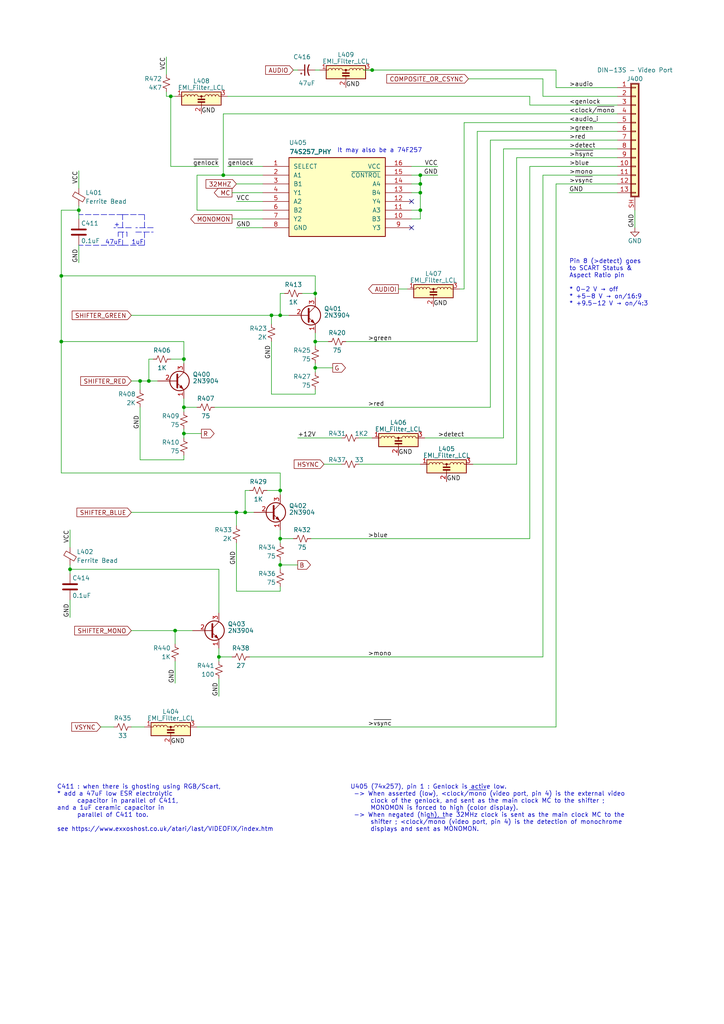
<source format=kicad_sch>
(kicad_sch (version 20230121) (generator eeschema)
  (paper "A4" portrait)
  (title_block (title "Converted schematics of Atari STE") (date "2021-08-31") (rev "1.0.0") (comment 1 "Reference : C300780-001"))
  (lib_symbols
    (symbol "74x257:74S257_PHY" (pin_names (offset 1.27))
      (property "Reference" "U" (at 0 0 0))
      (property "Value" "74S257_PHY" (at 0 0 0))
      (symbol "74S257_PHY_0_0"
        (rectangle (start -13.97 11.43) (end 13.97 -11.43) (stroke (width 0.254)) (fill (type background)))
        (pin input line (at -21.59 8.89 0) (length 7.62) (name "SELECT") (number "1"))
        (pin input line (at 21.59 -6.35 180) (length 7.62) (name "B3") (number "10"))
        (pin input line (at 21.59 -3.81 180) (length 7.62) (name "A3") (number "11"))
        (pin tri_state line (at 21.59 -1.27 180) (length 7.62) (name "Y4") (number "12"))
        (pin input line (at 21.59 1.27 180) (length 7.62) (name "B4") (number "13"))
        (pin input line (at 21.59 3.81 180) (length 7.62) (name "A4") (number "14"))
        (pin input line (at 21.59 6.35 180) (length 7.62) (name "~{CONTROL}") (number "15"))
        (pin power_in line (at 21.59 8.89 180) (length 7.62) (name "VCC") (number "16"))
        (pin input line (at -21.59 6.35 0) (length 7.62) (name "A1") (number "2"))
        (pin input line (at -21.59 3.81 0) (length 7.62) (name "B1") (number "3"))
        (pin tri_state line (at -21.59 1.27 0) (length 7.62) (name "Y1") (number "4"))
        (pin input line (at -21.59 -1.27 0) (length 7.62) (name "A2") (number "5"))
        (pin input line (at -21.59 -3.81 0) (length 7.62) (name "B2") (number "6"))
        (pin tri_state line (at -21.59 -6.35 0) (length 7.62) (name "Y2") (number "7"))
        (pin power_in line (at -21.59 -8.89 0) (length 7.62) (name "GND") (number "8"))
        (pin tri_state line (at 21.59 -8.89 180) (length 7.62) (name "Y3") (number "9"))
      )
    )
    (symbol "Connector_Generic_Shielded:Conn_01x13_Shielded" (pin_names (offset 1.016) hide)
      (property "Reference" "J" (at 0.254 17.526 0))
      (property "Value" "Conn_01x13_Shielded" (at 1.016 -17.526 0))
      (symbol "Conn_01x13_Shielded_1_1"
        (rectangle (start -1.27 16.51) (end 1.27 -16.51) (stroke (width 0.1524)))
        (rectangle (start -1.016 -15.113) (end 0.254 -15.367) (stroke (width 0.1524)))
        (rectangle (start -1.016 -12.573) (end 0.254 -12.827) (stroke (width 0.1524)))
        (rectangle (start -1.016 -10.033) (end 0.254 -10.287) (stroke (width 0.1524)))
        (rectangle (start -1.016 -7.493) (end 0.254 -7.747) (stroke (width 0.1524)))
        (rectangle (start -1.016 -4.953) (end 0.254 -5.207) (stroke (width 0.1524)))
        (rectangle (start -1.016 -2.413) (end 0.254 -2.667) (stroke (width 0.1524)))
        (rectangle (start -1.016 0.127) (end 0.254 -0.127) (stroke (width 0.1524)))
        (rectangle (start -1.016 2.667) (end 0.254 2.413) (stroke (width 0.1524)))
        (rectangle (start -1.016 5.207) (end 0.254 4.953) (stroke (width 0.1524)))
        (rectangle (start -1.016 7.747) (end 0.254 7.493) (stroke (width 0.1524)))
        (rectangle (start -1.016 10.287) (end 0.254 10.033) (stroke (width 0.1524)))
        (rectangle (start -1.016 12.827) (end 0.254 12.573) (stroke (width 0.1524)))
        (rectangle (start -1.016 15.367) (end 0.254 15.113) (stroke (width 0.1524)))
        (rectangle (start -1.016 16.256) (end 1.016 -16.256) (stroke (width 0.254)) (fill (type background)))
        (pin passive line (at -5.08 15.24 0) (length 4.064) (name "Pin_1") (number "1"))
        (pin passive line (at -5.08 -7.62 0) (length 4.064) (name "Pin_10") (number "10"))
        (pin passive line (at -5.08 -10.16 0) (length 4.064) (name "Pin_11") (number "11"))
        (pin passive line (at -5.08 -12.7 0) (length 4.064) (name "Pin_12") (number "12"))
        (pin passive line (at -5.08 -15.24 0) (length 4.064) (name "Pin_13") (number "13"))
        (pin passive line (at -5.08 12.7 0) (length 4.064) (name "Pin_2") (number "2"))
        (pin passive line (at -5.08 10.16 0) (length 4.064) (name "Pin_3") (number "3"))
        (pin passive line (at -5.08 7.62 0) (length 4.064) (name "Pin_4") (number "4"))
        (pin passive line (at -5.08 5.08 0) (length 4.064) (name "Pin_5") (number "5"))
        (pin passive line (at -5.08 2.54 0) (length 4.064) (name "Pin_6") (number "6"))
        (pin passive line (at -5.08 0 0) (length 4.064) (name "Pin_7") (number "7"))
        (pin passive line (at -5.08 -2.54 0) (length 4.064) (name "Pin_8") (number "8"))
        (pin passive line (at -5.08 -5.08 0) (length 4.064) (name "Pin_9") (number "9"))
        (pin passive line (at 0 -20.32 90) (length 3.81) (name "Shield") (number "SH"))
      )
    )
    (symbol "Device:C" (pin_numbers hide) (pin_names (offset 0.254))
      (property "Reference" "C" (at 0.635 2.54 0))
      (property "Value" "C" (at 0.635 -2.54 0))
      (symbol "C_0_1"
        (polyline (pts (xy -2.032 -0.762) (xy 2.032 -0.762)) (stroke (width 0.508)))
        (polyline (pts (xy -2.032 0.762) (xy 2.032 0.762)) (stroke (width 0.508)))
      )
      (symbol "C_1_1"
        (pin passive line (at 0 3.81 270) (length 2.794) (name "~") (number "1"))
        (pin passive line (at 0 -3.81 90) (length 2.794) (name "~") (number "2"))
      )
    )
    (symbol "Device:CP1_Small" (pin_numbers hide) (pin_names (offset 0.254) hide)
      (property "Reference" "C" (at 0.254 1.778 0))
      (property "Value" "Device_CP1_Small" (at 0.254 -2.032 0))
      (symbol "CP1_Small_0_1"
        (polyline (pts (xy -1.524 0.508) (xy 1.524 0.508)) (stroke (width 0.3048)))
        (polyline (pts (xy -1.27 1.524) (xy -0.762 1.524)))
        (polyline (pts (xy -1.016 1.27) (xy -1.016 1.778)))
        (arc (start 1.524 -0.762) (mid 0 -0.3734) (end -1.524 -0.762) (stroke (width 0.3048)))
      )
      (symbol "CP1_Small_1_1"
        (pin passive line (at 0 2.54 270) (length 2.032) (name "~") (number "1"))
        (pin passive line (at 0 -2.54 90) (length 2.032) (name "~") (number "2"))
      )
    )
    (symbol "Device:EMI_Filter_LCL" (pin_names (offset 0.254) hide)
      (property "Reference" "FL" (at 0 6.985 0))
      (property "Value" "Device_EMI_Filter_LCL" (at 0 5.08 0))
      (symbol "EMI_Filter_LCL_0_1"
        (rectangle (start -5.715 3.81) (end 5.715 0) (stroke (width 0.254)) (fill (type background)))
        (arc (start -4.064 2.54) (mid -4.572 3.0457) (end -5.08 2.54))
        (arc (start -3.048 2.54) (mid -3.556 3.0457) (end -4.064 2.54))
        (arc (start -2.032 2.54) (mid -2.54 3.0457) (end -3.048 2.54))
        (rectangle (start -1.016 0.762) (end 1.016 1.016) (fill (type outline)))
        (arc (start -1.016 2.54) (mid -1.524 3.0457) (end -2.032 2.54))
        (polyline (pts (xy -1.016 2.54) (xy 1.016 2.54)))
        (polyline (pts (xy 0 0.762) (xy 0 0)))
        (polyline (pts (xy 0 2.54) (xy 0 1.778)))
        (circle (center 0 2.54) (radius 0.254) (fill (type outline)))
        (rectangle (start 1.016 1.524) (end -1.016 1.778) (fill (type outline)))
        (arc (start 2.032 2.54) (mid 1.524 3.0457) (end 1.016 2.54))
        (arc (start 3.048 2.54) (mid 2.54 3.0457) (end 2.032 2.54))
        (arc (start 4.064 2.54) (mid 3.556 3.0457) (end 3.048 2.54))
        (arc (start 5.08 2.54) (mid 4.572 3.0457) (end 4.064 2.54))
      )
      (symbol "EMI_Filter_LCL_1_1"
        (pin passive line (at -7.62 2.54 0) (length 2.54) (name "1") (number "1"))
        (pin passive line (at 0 -2.54 90) (length 2.54) (name "2") (number "2"))
        (pin passive line (at 7.62 2.54 180) (length 2.54) (name "3") (number "3"))
      )
    )
    (symbol "Device:Ferrite_Bead_Small" (pin_numbers hide) (pin_names (offset 0))
      (property "Reference" "FB" (at 1.905 1.27 0))
      (property "Value" "Device_Ferrite_Bead_Small" (at 1.905 -1.27 0))
      (symbol "Ferrite_Bead_Small_0_1"
        (polyline (pts (xy 0 -1.27) (xy 0 -0.7874)))
        (polyline (pts (xy 0 0.889) (xy 0 1.2954)))
        (polyline (pts (xy -1.8288 0.2794) (xy -1.1176 1.4986) (xy 1.8288 -0.2032) (xy 1.1176 -1.4224) (xy -1.8288 0.2794)))
      )
      (symbol "Ferrite_Bead_Small_1_1"
        (pin passive line (at 0 2.54 270) (length 1.27) (name "~") (number "1"))
        (pin passive line (at 0 -2.54 90) (length 1.27) (name "~") (number "2"))
      )
    )
    (symbol "Device:R_Small_US" (pin_numbers hide) (pin_names (offset 0.254) hide)
      (property "Reference" "R" (at 0.762 0.508 0))
      (property "Value" "R_Small_US" (at 0.762 -1.016 0))
      (symbol "R_Small_US_1_1"
        (polyline (pts (xy 0 0) (xy 1.016 -0.381) (xy 0 -0.762) (xy -1.016 -1.143) (xy 0 -1.524)))
        (polyline (pts (xy 0 1.524) (xy 1.016 1.143) (xy 0 0.762) (xy -1.016 0.381) (xy 0 0)))
        (pin passive line (at 0 2.54 270) (length 1.016) (name "~") (number "1"))
        (pin passive line (at 0 -2.54 90) (length 1.016) (name "~") (number "2"))
      )
    )
    (symbol "Transistor_BJT:2N3904" (pin_names (offset 0) hide)
      (property "Reference" "Q" (at 5.08 1.905 0))
      (property "Value" "2N3904" (at 5.08 0 0))
      (symbol "2N3904_0_1"
        (polyline (pts (xy 0.635 0.635) (xy 2.54 2.54)))
        (polyline (pts (xy 0.635 -0.635) (xy 2.54 -2.54) (xy 2.54 -2.54)))
        (polyline (pts (xy 0.635 1.905) (xy 0.635 -1.905) (xy 0.635 -1.905)) (stroke (width 0.508)))
        (polyline (pts (xy 1.27 -1.778) (xy 1.778 -1.27) (xy 2.286 -2.286) (xy 1.27 -1.778) (xy 1.27 -1.778)) (fill (type outline)))
        (circle (center 1.27 0) (radius 2.8194) (stroke (width 0.254)))
      )
      (symbol "2N3904_1_1"
        (pin passive line (at 2.54 -5.08 90) (length 2.54) (name "E") (number "1"))
        (pin passive line (at -5.08 0 0) (length 5.715) (name "B") (number "2"))
        (pin passive line (at 2.54 5.08 270) (length 2.54) (name "C") (number "3"))
      )
    )
    (symbol "power:GND" (power) (pin_names (offset 0))
      (property "Value" "GND" (at 0 -3.81 0))
      (symbol "GND_0_1"
        (polyline (pts (xy 0 0) (xy 0 -1.27) (xy 1.27 -1.27) (xy 0 -2.54) (xy -1.27 -1.27) (xy 0 -1.27)))
      )
      (symbol "GND_1_1"
        (pin power_in line (at 0 0 270) (length 0) hide (name "GND") (number "1"))
      )
    )
  )
  (junction (at 121.92 60.96))
  (junction (at 49.53 27.94))
  (junction (at 64.77 50.8))
  (junction (at 91.44 85.09))
  (junction (at 17.78 99.06))
  (junction (at 63.5 190.5))
  (junction (at 68.58 148.59))
  (junction (at 20.32 165.1))
  (junction (at 121.92 53.34))
  (junction (at 53.34 118.11))
  (junction (at 91.44 106.68))
  (junction (at 121.92 50.8))
  (junction (at 71.12 148.59))
  (junction (at 53.34 104.14))
  (junction (at 107.95 20.32))
  (junction (at 81.28 156.21))
  (junction (at 40.64 110.49))
  (junction (at 53.34 125.73))
  (junction (at 81.28 163.83))
  (junction (at 22.86 60.96))
  (junction (at 121.92 55.88))
  (junction (at 17.78 80.01))
  (junction (at 50.8 182.88))
  (junction (at 91.44 99.06))
  (junction (at 78.74 91.44))
  (junction (at 81.28 142.24))
  (junction (at 81.28 91.44))
  (junction (at 43.18 110.49))
  (no_connect (at 119.38 58.42))
  (no_connect (at 119.38 66.04))
  (wire (pts (xy 119.38 53.34) (xy 121.92 53.34)))
  (wire (pts (xy 115.57 83.82) (xy 118.11 83.82)))
  (wire (pts (xy 49.53 104.14) (xy 53.34 104.14)))
  (wire (pts (xy 184.15 60.96) (xy 184.15 66.04)))
  (wire (pts (xy 86.36 127) (xy 99.06 127)))
  (wire (pts (xy 153.67 156.21) (xy 153.67 48.26)))
  (wire (pts (xy 107.95 20.32) (xy 161.29 20.32)))
  (wire (pts (xy 157.48 50.8) (xy 157.48 190.5)))
  (wire (pts (xy 121.92 50.8) (xy 127 50.8)))
  (wire (pts (xy 48.26 26.67) (xy 48.26 27.94)))
  (wire (pts (xy 49.53 48.26) (xy 63.5 48.26)))
  (wire (pts (xy 153.67 30.48) (xy 179.07 30.48)))
  (wire (pts (xy 17.78 99.06) (xy 53.34 99.06)))
  (wire (pts (xy 57.15 60.96) (xy 57.15 50.8)))
  (wire (pts (xy 29.21 210.82) (xy 33.02 210.82)))
  (wire (pts (xy 53.34 132.08) (xy 53.34 133.35)))
  (wire (pts (xy 43.18 104.14) (xy 43.18 110.49)))
  (wire (pts (xy 53.34 118.11) (xy 57.15 118.11)))
  (wire (pts (xy 53.34 125.73) (xy 58.42 125.73)))
  (polyline (pts (xy 34.29 67.31) (xy 36.83 67.31)) (stroke (width 0) (type dash)))
  (wire (pts (xy 149.86 45.72) (xy 149.86 134.62)))
  (wire (pts (xy 91.44 113.03) (xy 91.44 114.3)))
  (wire (pts (xy 161.29 53.34) (xy 179.07 53.34)))
  (wire (pts (xy 146.05 43.18) (xy 179.07 43.18)))
  (wire (pts (xy 50.8 182.88) (xy 50.8 186.69)))
  (wire (pts (xy 91.44 85.09) (xy 91.44 86.36)))
  (wire (pts (xy 53.34 99.06) (xy 53.34 104.14)))
  (wire (pts (xy 105.41 20.32) (xy 107.95 20.32)))
  (polyline (pts (xy 35.56 62.23) (xy 41.91 62.23)) (stroke (width 0) (type dash)))
  (wire (pts (xy 91.44 99.06) (xy 95.25 99.06)))
  (wire (pts (xy 134.62 83.82) (xy 134.62 35.56)))
  (wire (pts (xy 22.86 54.61) (xy 22.86 49.53)))
  (wire (pts (xy 104.14 127) (xy 107.95 127)))
  (wire (pts (xy 133.35 83.82) (xy 134.62 83.82)))
  (wire (pts (xy 81.28 163.83) (xy 86.36 163.83)))
  (wire (pts (xy 81.28 170.18) (xy 81.28 171.45)))
  (wire (pts (xy 72.39 190.5) (xy 157.48 190.5)))
  (wire (pts (xy 40.64 110.49) (xy 43.18 110.49)))
  (wire (pts (xy 66.04 27.94) (xy 153.67 27.94)))
  (wire (pts (xy 78.74 91.44) (xy 78.74 93.98)))
  (wire (pts (xy 81.28 85.09) (xy 81.28 91.44)))
  (wire (pts (xy 161.29 25.4) (xy 179.07 25.4)))
  (wire (pts (xy 91.44 114.3) (xy 78.74 114.3)))
  (wire (pts (xy 17.78 137.16) (xy 81.28 137.16)))
  (wire (pts (xy 67.31 55.88) (xy 76.2 55.88)))
  (wire (pts (xy 63.5 187.96) (xy 63.5 190.5)))
  (wire (pts (xy 100.33 99.06) (xy 138.43 99.06)))
  (polyline (pts (xy 35.56 71.12) (xy 41.91 71.12)) (stroke (width 0) (type dash)))
  (wire (pts (xy 71.12 148.59) (xy 73.66 148.59)))
  (wire (pts (xy 153.67 27.94) (xy 153.67 30.48)))
  (wire (pts (xy 20.32 163.83) (xy 20.32 165.1)))
  (wire (pts (xy 91.44 80.01) (xy 91.44 85.09)))
  (wire (pts (xy 87.63 85.09) (xy 91.44 85.09)))
  (wire (pts (xy 161.29 210.82) (xy 161.29 53.34)))
  (wire (pts (xy 50.8 191.77) (xy 50.8 198.12)))
  (wire (pts (xy 49.53 27.94) (xy 50.8 27.94)))
  (wire (pts (xy 138.43 99.06) (xy 138.43 38.1)))
  (wire (pts (xy 68.58 66.04) (xy 76.2 66.04)))
  (wire (pts (xy 91.44 20.32) (xy 92.71 20.32)))
  (wire (pts (xy 40.64 118.11) (xy 40.64 133.35)))
  (wire (pts (xy 20.32 165.1) (xy 63.5 165.1)))
  (wire (pts (xy 53.34 118.11) (xy 53.34 119.38)))
  (wire (pts (xy 134.62 35.56) (xy 179.07 35.56)))
  (wire (pts (xy 57.15 50.8) (xy 64.77 50.8)))
  (wire (pts (xy 81.28 137.16) (xy 81.28 142.24)))
  (wire (pts (xy 53.34 124.46) (xy 53.34 125.73)))
  (wire (pts (xy 53.34 125.73) (xy 53.34 127)))
  (wire (pts (xy 53.34 104.14) (xy 53.34 105.41)))
  (wire (pts (xy 157.48 27.94) (xy 179.07 27.94)))
  (wire (pts (xy 78.74 91.44) (xy 81.28 91.44)))
  (wire (pts (xy 142.24 40.64) (xy 179.07 40.64)))
  (polyline (pts (xy 34.29 68.58) (xy 34.29 67.31)) (stroke (width 0) (type dash)))
  (wire (pts (xy 161.29 20.32) (xy 161.29 25.4)))
  (wire (pts (xy 17.78 60.96) (xy 17.78 80.01)))
  (wire (pts (xy 38.1 148.59) (xy 68.58 148.59)))
  (wire (pts (xy 121.92 50.8) (xy 121.92 53.34)))
  (wire (pts (xy 81.28 91.44) (xy 83.82 91.44)))
  (wire (pts (xy 91.44 106.68) (xy 91.44 107.95)))
  (wire (pts (xy 81.28 142.24) (xy 81.28 143.51)))
  (wire (pts (xy 68.58 148.59) (xy 68.58 152.4)))
  (wire (pts (xy 91.44 105.41) (xy 91.44 106.68)))
  (wire (pts (xy 81.28 156.21) (xy 85.09 156.21)))
  (wire (pts (xy 90.17 156.21) (xy 153.67 156.21)))
  (wire (pts (xy 57.15 60.96) (xy 76.2 60.96)))
  (wire (pts (xy 138.43 38.1) (xy 179.07 38.1)))
  (wire (pts (xy 93.98 134.62) (xy 99.06 134.62)))
  (wire (pts (xy 64.77 33.02) (xy 179.07 33.02)))
  (wire (pts (xy 81.28 156.21) (xy 81.28 157.48)))
  (wire (pts (xy 68.58 157.48) (xy 68.58 171.45)))
  (polyline (pts (xy 38.1 66.04) (xy 33.02 66.04)) (stroke (width 0) (type dash)))
  (wire (pts (xy 44.45 104.14) (xy 43.18 104.14)))
  (wire (pts (xy 22.86 71.12) (xy 22.86 76.2)))
  (wire (pts (xy 123.19 127) (xy 146.05 127)))
  (wire (pts (xy 165.1 55.88) (xy 179.07 55.88)))
  (wire (pts (xy 17.78 80.01) (xy 91.44 80.01)))
  (polyline (pts (xy 35.56 71.12) (xy 22.86 71.12)) (stroke (width 0) (type dash)))
  (wire (pts (xy 48.26 16.51) (xy 48.26 21.59)))
  (wire (pts (xy 121.92 55.88) (xy 121.92 60.96)))
  (wire (pts (xy 53.34 115.57) (xy 53.34 118.11)))
  (wire (pts (xy 20.32 165.1) (xy 20.32 166.37)))
  (wire (pts (xy 149.86 45.72) (xy 179.07 45.72)))
  (wire (pts (xy 22.86 59.69) (xy 22.86 60.96)))
  (wire (pts (xy 142.24 118.11) (xy 142.24 40.64)))
  (wire (pts (xy 91.44 96.52) (xy 91.44 99.06)))
  (wire (pts (xy 64.77 50.8) (xy 76.2 50.8)))
  (wire (pts (xy 121.92 60.96) (xy 121.92 63.5)))
  (wire (pts (xy 153.67 48.26) (xy 179.07 48.26)))
  (wire (pts (xy 49.53 27.94) (xy 49.53 48.26)))
  (wire (pts (xy 81.28 171.45) (xy 68.58 171.45)))
  (polyline (pts (xy 39.37 67.31) (xy 44.45 67.31)) (stroke (width 0) (type dash)))
  (wire (pts (xy 38.1 210.82) (xy 41.91 210.82)))
  (wire (pts (xy 81.28 163.83) (xy 81.28 165.1)))
  (wire (pts (xy 119.38 55.88) (xy 121.92 55.88)))
  (wire (pts (xy 63.5 165.1) (xy 63.5 177.8)))
  (polyline (pts (xy 44.45 66.04) (xy 39.37 66.04)) (stroke (width 0) (type dash)))
  (wire (pts (xy 119.38 60.96) (xy 121.92 60.96)))
  (polyline (pts (xy 35.56 62.23) (xy 22.86 62.23)) (stroke (width 0) (type dash)))
  (polyline (pts (xy 35.56 67.31) (xy 35.56 71.12)) (stroke (width 0) (type dash)))
  (wire (pts (xy 82.55 85.09) (xy 81.28 85.09)))
  (wire (pts (xy 119.38 63.5) (xy 121.92 63.5)))
  (polyline (pts (xy 41.91 66.04) (xy 41.91 62.23)) (stroke (width 0) (type dash)))
  (wire (pts (xy 20.32 158.75) (xy 20.32 153.67)))
  (wire (pts (xy 49.53 27.94) (xy 48.26 27.94)))
  (wire (pts (xy 64.77 33.02) (xy 64.77 50.8)))
  (wire (pts (xy 157.48 50.8) (xy 179.07 50.8)))
  (wire (pts (xy 38.1 182.88) (xy 50.8 182.88)))
  (wire (pts (xy 57.15 210.82) (xy 161.29 210.82)))
  (wire (pts (xy 22.86 60.96) (xy 22.86 63.5)))
  (polyline (pts (xy 35.56 66.04) (xy 35.56 62.23)) (stroke (width 0) (type dash)))
  (wire (pts (xy 121.92 53.34) (xy 121.92 55.88)))
  (wire (pts (xy 40.64 110.49) (xy 40.64 113.03)))
  (polyline (pts (xy 41.91 67.31) (xy 41.91 71.12)) (stroke (width 0) (type dash)))
  (wire (pts (xy 81.28 162.56) (xy 81.28 163.83)))
  (wire (pts (xy 119.38 48.26) (xy 127 48.26)))
  (wire (pts (xy 119.38 50.8) (xy 121.92 50.8)))
  (wire (pts (xy 78.74 99.06) (xy 78.74 114.3)))
  (wire (pts (xy 67.31 63.5) (xy 76.2 63.5)))
  (wire (pts (xy 20.32 173.99) (xy 20.32 179.07)))
  (wire (pts (xy 91.44 99.06) (xy 91.44 100.33)))
  (wire (pts (xy 149.86 134.62) (xy 137.16 134.62)))
  (wire (pts (xy 68.58 53.34) (xy 76.2 53.34)))
  (wire (pts (xy 43.18 110.49) (xy 45.72 110.49)))
  (wire (pts (xy 17.78 80.01) (xy 17.78 99.06)))
  (wire (pts (xy 38.1 91.44) (xy 78.74 91.44)))
  (polyline (pts (xy 36.83 68.58) (xy 36.83 67.31)) (stroke (width 0) (type dash)))
  (wire (pts (xy 135.89 22.86) (xy 157.48 22.86)))
  (wire (pts (xy 157.48 22.86) (xy 157.48 27.94)))
  (wire (pts (xy 77.47 142.24) (xy 81.28 142.24)))
  (wire (pts (xy 91.44 106.68) (xy 96.52 106.68)))
  (wire (pts (xy 63.5 190.5) (xy 67.31 190.5)))
  (wire (pts (xy 17.78 99.06) (xy 17.78 137.16)))
  (wire (pts (xy 85.09 20.32) (xy 86.36 20.32)))
  (wire (pts (xy 63.5 191.77) (xy 63.5 190.5)))
  (wire (pts (xy 50.8 182.88) (xy 55.88 182.88)))
  (wire (pts (xy 62.23 118.11) (xy 142.24 118.11)))
  (wire (pts (xy 38.1 110.49) (xy 40.64 110.49)))
  (wire (pts (xy 71.12 142.24) (xy 71.12 148.59)))
  (wire (pts (xy 22.86 60.96) (xy 17.78 60.96)))
  (wire (pts (xy 72.39 142.24) (xy 71.12 142.24)))
  (wire (pts (xy 63.5 196.85) (xy 63.5 201.93)))
  (wire (pts (xy 40.64 133.35) (xy 53.34 133.35)))
  (wire (pts (xy 68.58 148.59) (xy 71.12 148.59)))
  (wire (pts (xy 146.05 127) (xy 146.05 43.18)))
  (wire (pts (xy 66.04 48.26) (xy 76.2 48.26)))
  (wire (pts (xy 104.14 134.62) (xy 121.92 134.62)))
  (wire (pts (xy 68.58 58.42) (xy 76.2 58.42)))
  (wire (pts (xy 81.28 153.67) (xy 81.28 156.21)))
  (text "It may also be a 74F257" (at 97.79 44.45 0) (effects (font (size 1.27 1.27)) (justify left bottom)))
  (text "C411 : when there is ghosting using RGB/Scart, \n* add a 47uF low ESR electrolytic \n      capacitor in parallel of C411, \nand a 1uF ceramic capacitor in\n      parallel of C411 too.\n\nsee https://www.exxoshost.co.uk/atari/last/VIDEOFIX/index.htm\n" (at 16.51 241.3 0) (effects (font (size 1.27 1.27)) (justify left bottom)))
  (text "U405 (74x257), pin 1 : Genlock is active low. \n -> When asserted (low), <clock/~{mono} (video port, pin 4) is the external video \n      clock of the genlock, and sent as the main clock MC to the shifter ;\n      MONOMON is forced to high (color display).\n -> When negated (high), the 32MHz clock is sent as the main clock MC to the\n      shifter ; <clock/~{mono} (video port, pin 4) is the detection of monochrome\n      displays and sent as MONOMON." (at 101.6 241.3 0) (effects (font (size 1.27 1.27)) (justify left bottom)))
  (text "Pin 8 (>detect) goes \nto SCART Status & \nAspect Ratio pin\n\n* 0-2 V → off\n* +5-8 V → on/16:9\n* +9.5-12 V → on/4:3" (at 165.1 88.9 0) (effects (font (size 1.27 1.27)) (justify left bottom)))
  (text "1uF" (at 38.1 71.12 0) (effects (font (size 1.27 1.27)) (justify left bottom)))
  (text "+" (at 33.02 66.04 0) (effects (font (size 1.27 1.27)) (justify left bottom)))
  (text "47uF" (at 30.48 71.12 0) (effects (font (size 1.27 1.27)) (justify left bottom)))
  (label "GND" (at 100.33 25.4 0))
  (label "GND" (at 50.8 198.12 90))
  (label "GND" (at 63.5 201.93 90))
  (label "+12V" (at 86.36 127 0))
  (label "GND" (at 49.53 215.9 0))
  (label "VCC" (at 48.26 16.51 270))
  (label "<clock{slash}~{mono}" (at 165.1 33.02 0))
  (label "GND" (at 115.57 132.08 0))
  (label ">red" (at 165.1 40.64 0))
  (label "GND" (at 184.15 66.04 90))
  (label ">mono" (at 106.68 190.5 0))
  (label "GND" (at 58.42 33.02 0))
  (label "GND" (at 129.54 139.7 0))
  (label "GND" (at 127 50.8 180))
  (label ">~{hsync}" (at 165.1 45.72 0))
  (label ">detect" (at 165.1 43.18 0))
  (label ">~{vsync}" (at 165.1 53.34 0))
  (label "GND" (at 68.58 66.04 0))
  (label ">~{vsync}" (at 106.68 210.82 0))
  (label "GND" (at 68.58 163.83 90))
  (label "GND" (at 78.74 104.14 90))
  (label "~{genlock}" (at 63.5 48.26 180))
  (label "VCC" (at 127 48.26 180))
  (label ">blue" (at 165.1 48.26 0))
  (label "GND" (at 22.86 76.2 90))
  (label "GND" (at 20.32 179.07 90))
  (label "<genlock" (at 165.1 30.48 0))
  (label ">green" (at 165.1 38.1 0))
  (label "GND" (at 165.1 55.88 0))
  (label ">blue" (at 106.68 156.21 0))
  (label ">red" (at 106.68 118.11 0))
  (label "<audio_i" (at 165.1 35.56 0))
  (label "VCC" (at 22.86 49.53 270))
  (label ">detect" (at 127 127 0))
  (label ">audio" (at 165.1 25.4 0))
  (label ">mono" (at 165.1 50.8 0))
  (label "VCC" (at 68.58 58.42 0))
  (label ">green" (at 106.68 99.06 0))
  (label "GND" (at 125.73 88.9 0))
  (label "VCC" (at 20.32 153.67 270))
  (label "GND" (at 40.64 124.46 90))
  (label "~{genlock}" (at 66.04 48.26 0))
  (global_label "MC" (shape output) (at 67.31 55.88 180) (property "Intersheetrefs" "${INTERSHEET_REFS}" (effects hide)))
  (global_label "32MHZ" (shape input) (at 68.58 53.34 180) (property "Intersheetrefs" "${INTERSHEET_REFS}" (effects hide)))
  (global_label "HSYNC" (shape input) (at 93.98 134.62 180) (property "Intersheetrefs" "${INTERSHEET_REFS}" (effects hide)))
  (global_label "B" (shape output) (at 86.36 163.83 0) (property "Intersheetrefs" "${INTERSHEET_REFS}" (effects hide)))
  (global_label "COMPOSITE_OR_CSYNC" (shape input) (at 135.89 22.86 180) (property "Intersheetrefs" "${INTERSHEET_REFS}" (effects hide)))
  (global_label "MONOMON" (shape output) (at 67.31 63.5 180) (property "Intersheetrefs" "${INTERSHEET_REFS}" (effects hide)))
  (global_label "SHIFTER_GREEN" (shape input) (at 38.1 91.44 180) (property "Intersheetrefs" "${INTERSHEET_REFS}" (effects hide)))
  (global_label "AUDIO" (shape input) (at 85.09 20.32 180) (property "Intersheetrefs" "${INTERSHEET_REFS}" (effects hide)))
  (global_label "AUDIOI" (shape output) (at 115.57 83.82 180) (property "Intersheetrefs" "${INTERSHEET_REFS}" (effects hide)))
  (global_label "VSYNC" (shape input) (at 29.21 210.82 180) (property "Intersheetrefs" "${INTERSHEET_REFS}" (effects hide)))
  (global_label "R" (shape output) (at 58.42 125.73 0) (property "Intersheetrefs" "${INTERSHEET_REFS}" (effects hide)))
  (global_label "SHIFTER_BLUE" (shape input) (at 38.1 148.59 180) (property "Intersheetrefs" "${INTERSHEET_REFS}" (effects hide)))
  (global_label "SHIFTER_RED" (shape input) (at 38.1 110.49 180) (property "Intersheetrefs" "${INTERSHEET_REFS}" (effects hide)))
  (global_label "SHIFTER_MONO" (shape input) (at 38.1 182.88 180) (property "Intersheetrefs" "${INTERSHEET_REFS}" (effects hide)))
  (global_label "G" (shape output) (at 96.52 106.68 0) (property "Intersheetrefs" "${INTERSHEET_REFS}" (effects hide)))
  (symbol (lib_id "Connector_Generic_Shielded:Conn_01x13_Shielded") (at 184.15 40.64 0) (unit 1)
    (property "Reference" "J400" (at 184.15 22.86 0))
    (property "Value" "DIN-13S — Video Port" (at 184.15 20.32 0))
    (property "Footprint" "atari-interconnect:socket-din-13" (effects hide))
  )
  (symbol (lib_id "Device:Ferrite_Bead_Small") (at 22.86 57.15 0) (unit 1)
    (property "Reference" "L401" (at 24.765 55.88 0) (effects (justify left)))
    (property "Value" "Ferrite Bead" (at 24.765 58.42 0) (effects (justify left)))
    (property "Footprint" "commons_passives_THT:Passive_THT_ferrite_bead_W3.81mm_L15.24mm" (effects hide))
  )
  (symbol (lib_id "Device:C") (at 22.86 67.31 0) (unit 1)
    (property "Reference" "C411" (at 23.495 64.77 0) (effects (justify left)))
    (property "Value" "0.1uF" (at 23.495 69.85 0) (effects (justify left)))
    (property "Footprint" "commons_passives_THT:Passive_THT_capacitor_mlcc_W2.54mm_L10.16mm" (effects hide))
  )
  (symbol (lib_id "Device:Ferrite_Bead_Small") (at 20.32 161.29 0) (unit 1)
    (property "Reference" "L402" (at 22.225 160.02 0) (effects (justify left)))
    (property "Value" "Ferrite Bead" (at 22.225 162.56 0) (effects (justify left)))
    (property "Footprint" "commons_passives_THT:Passive_THT_ferrite_bead_W3.81mm_L15.24mm" (effects hide))
  )
  (symbol (lib_id "Device:C") (at 20.32 170.18 0) (unit 1)
    (property "Reference" "C414" (at 20.955 167.64 0) (effects (justify left)))
    (property "Value" "0.1uF" (at 20.955 172.72 0) (effects (justify left)))
    (property "Footprint" "commons_passives_THT:Passive_THT_capacitor_mlcc_W2.54mm_L7.62mm" (effects hide))
  )
  (symbol (lib_id "Transistor_BJT:2N3904") (at 50.8 110.49 0) (unit 1)
    (property "Reference" "Q400" (at 55.88 108.585 0) (effects (justify left)))
    (property "Value" "2N3904" (at 55.88 110.49 0) (effects (justify left)))
    (property "Footprint" "Package_TO_SOT_THT:TO-92_Inline_Wide" (effects hide))
    (property "Datasheet" "https://www.onsemi.com/pub/Collateral/2N3903-D.PDF" (effects hide))
  )
  (symbol (lib_id "Transistor_BJT:2N3904") (at 78.74 148.59 0) (unit 1)
    (property "Reference" "Q402" (at 83.82 146.685 0) (effects (justify left)))
    (property "Value" "2N3904" (at 83.82 148.59 0) (effects (justify left)))
    (property "Footprint" "Package_TO_SOT_THT:TO-92_Inline_Wide" (effects hide))
    (property "Datasheet" "https://www.onsemi.com/pub/Collateral/2N3903-D.PDF" (effects hide))
  )
  (symbol (lib_id "Transistor_BJT:2N3904") (at 88.9 91.44 0) (unit 1)
    (property "Reference" "Q401" (at 93.98 89.535 0) (effects (justify left)))
    (property "Value" "2N3904" (at 93.98 91.44 0) (effects (justify left)))
    (property "Footprint" "Package_TO_SOT_THT:TO-92_Inline_Wide" (effects hide))
    (property "Datasheet" "https://www.onsemi.com/pub/Collateral/2N3903-D.PDF" (effects hide))
  )
  (symbol (lib_id "Transistor_BJT:2N3904") (at 60.96 182.88 0) (unit 1)
    (property "Reference" "Q403" (at 66.04 180.975 0) (effects (justify left)))
    (property "Value" "2N3904" (at 66.04 182.88 0) (effects (justify left)))
    (property "Footprint" "Package_TO_SOT_THT:TO-92_Inline_Wide" (effects hide))
    (property "Datasheet" "https://www.onsemi.com/pub/Collateral/2N3903-D.PDF" (effects hide))
  )
  (symbol (lib_id "Device:R_Small_US") (at 46.99 104.14 270) (unit 1)
    (property "Reference" "R406" (at 46.99 101.6 90))
    (property "Value" "1K" (at 46.99 106.68 90))
    (property "Footprint" "commons_passives_THT:Passive_THT_resistor_W2.54mm_L12.70mm" (effects hide))
  )
  (symbol (lib_id "Device:R_Small_US") (at 59.69 118.11 270) (unit 1)
    (property "Reference" "R407" (at 59.69 115.57 90))
    (property "Value" "75" (at 59.69 120.65 90))
    (property "Footprint" "commons_passives_THT:Passive_THT_resistor_W2.54mm_L12.70mm" (effects hide))
  )
  (symbol (lib_id "Device:R_Small_US") (at 53.34 121.92 0) (unit 1)
    (property "Reference" "R409" (at 52.07 120.65 0) (effects (justify right)))
    (property "Value" "75" (at 52.07 123.19 0) (effects (justify right)))
    (property "Footprint" "commons_passives_THT:Passive_THT_resistor_W2.54mm_L12.70mm" (effects hide))
  )
  (symbol (lib_id "Device:R_Small_US") (at 53.34 129.54 0) (unit 1)
    (property "Reference" "R410" (at 52.07 128.27 0) (effects (justify right)))
    (property "Value" "75" (at 52.07 130.81 0) (effects (justify right)))
    (property "Footprint" "commons_passives_THT:Passive_THT_resistor_W2.54mm_L12.70mm" (effects hide))
  )
  (symbol (lib_id "Device:R_Small_US") (at 40.64 115.57 0) (unit 1)
    (property "Reference" "R408" (at 39.37 114.3 0) (effects (justify right)))
    (property "Value" "2K" (at 39.37 116.84 0) (effects (justify right)))
    (property "Footprint" "commons_passives_THT:Passive_THT_resistor_W2.54mm_L12.70mm" (effects hide))
  )
  (symbol (lib_id "Device:R_Small_US") (at 85.09 85.09 270) (unit 1)
    (property "Reference" "R413" (at 85.09 82.55 90))
    (property "Value" "1K" (at 85.09 87.63 90))
    (property "Footprint" "commons_passives_THT:Passive_THT_resistor_W2.54mm_L12.70mm" (effects hide))
  )
  (symbol (lib_id "Device:R_Small_US") (at 78.74 96.52 0) (unit 1)
    (property "Reference" "R423" (at 77.47 95.25 0) (effects (justify right)))
    (property "Value" "2K" (at 77.47 97.79 0) (effects (justify right)))
    (property "Footprint" "commons_passives_THT:Passive_THT_resistor_W2.54mm_L12.70mm" (effects hide))
  )
  (symbol (lib_id "Device:R_Small_US") (at 97.79 99.06 270) (unit 1)
    (property "Reference" "R420" (at 97.79 96.52 90))
    (property "Value" "75" (at 97.79 101.6 90))
    (property "Footprint" "commons_passives_THT:Passive_THT_resistor_W2.54mm_L12.70mm" (effects hide))
  )
  (symbol (lib_id "Device:R_Small_US") (at 91.44 102.87 0) (unit 1)
    (property "Reference" "R425" (at 90.17 101.6 0) (effects (justify right)))
    (property "Value" "75" (at 90.17 104.14 0) (effects (justify right)))
    (property "Footprint" "commons_passives_THT:Passive_THT_resistor_W2.54mm_L12.70mm" (effects hide))
  )
  (symbol (lib_id "Device:R_Small_US") (at 91.44 110.49 0) (unit 1)
    (property "Reference" "R427" (at 90.17 109.22 0) (effects (justify right)))
    (property "Value" "75" (at 90.17 111.76 0) (effects (justify right)))
    (property "Footprint" "commons_passives_THT:Passive_THT_resistor_W2.54mm_L12.70mm" (effects hide))
  )
  (symbol (lib_id "Device:R_Small_US") (at 74.93 142.24 270) (unit 1)
    (property "Reference" "R429" (at 74.93 139.7 90))
    (property "Value" "1K" (at 74.93 144.78 90))
    (property "Footprint" "commons_passives_THT:Passive_THT_resistor_W2.54mm_L12.70mm" (effects hide))
  )
  (symbol (lib_id "Device:R_Small_US") (at 68.58 154.94 0) (unit 1)
    (property "Reference" "R433" (at 67.31 153.67 0) (effects (justify right)))
    (property "Value" "2K" (at 67.31 156.21 0) (effects (justify right)))
    (property "Footprint" "commons_passives_THT:Passive_THT_resistor_W2.54mm_L12.70mm" (effects hide))
  )
  (symbol (lib_id "Device:R_Small_US") (at 87.63 156.21 270) (unit 1)
    (property "Reference" "R432" (at 87.63 153.67 90))
    (property "Value" "75" (at 87.63 158.75 90))
    (property "Footprint" "commons_passives_THT:Passive_THT_resistor_W2.54mm_L12.70mm" (effects hide))
  )
  (symbol (lib_id "Device:R_Small_US") (at 81.28 160.02 0) (unit 1)
    (property "Reference" "R434" (at 80.01 158.75 0) (effects (justify right)))
    (property "Value" "75" (at 80.01 161.29 0) (effects (justify right)))
    (property "Footprint" "commons_passives_THT:Passive_THT_resistor_W2.54mm_L12.70mm" (effects hide))
  )
  (symbol (lib_id "Device:R_Small_US") (at 81.28 167.64 0) (unit 1)
    (property "Reference" "R436" (at 80.01 166.37 0) (effects (justify right)))
    (property "Value" "75" (at 80.01 168.91 0) (effects (justify right)))
    (property "Footprint" "commons_passives_THT:Passive_THT_resistor_W2.54mm_L12.70mm" (effects hide))
  )
  (symbol (lib_id "Device:R_Small_US") (at 50.8 189.23 0) (unit 1)
    (property "Reference" "R440" (at 49.53 187.96 0) (effects (justify right)))
    (property "Value" "1K" (at 49.53 190.5 0) (effects (justify right)))
    (property "Footprint" "commons_passives_THT:Passive_THT_resistor_W2.54mm_L12.70mm" (effects hide))
  )
  (symbol (lib_id "Device:R_Small_US") (at 69.85 190.5 270) (unit 1)
    (property "Reference" "R438" (at 69.85 187.96 90))
    (property "Value" "27" (at 69.85 193.04 90))
    (property "Footprint" "commons_passives_THT:Passive_THT_resistor_W2.54mm_L12.70mm" (effects hide))
  )
  (symbol (lib_id "Device:R_Small_US") (at 63.5 194.31 0) (unit 1)
    (property "Reference" "R441" (at 62.23 193.04 0) (effects (justify right)))
    (property "Value" "100" (at 62.23 195.58 0) (effects (justify right)))
    (property "Footprint" "commons_passives_THT:Passive_THT_resistor_W2.54mm_L12.70mm" (effects hide))
  )
  (symbol (lib_id "Device:EMI_Filter_LCL") (at 58.42 30.48 0) (unit 1)
    (property "Reference" "L408" (at 58.42 23.495 0))
    (property "Value" "EMI_Filter_LCL" (at 58.42 25.4 0))
    (property "Footprint" "commons_passives_THT:Passive_THT_EMI_filter_W5.08mm_L7.62mm" (effects hide))
    (property "Datasheet" "http://www.murata.com/~/media/webrenewal/support/library/catalog/products/emc/emifil/c31e.ashx?la=en-gb" (effects hide))
  )
  (symbol (lib_id "Device:R_Small_US") (at 48.26 24.13 0) (unit 1)
    (property "Reference" "R472" (at 46.99 22.86 0) (effects (justify right)))
    (property "Value" "4K7" (at 46.99 25.4 0) (effects (justify right)))
    (property "Footprint" "commons_passives_THT:Passive_THT_resistor_W2.54mm_L12.70mm" (effects hide))
  )
  (symbol (lib_id "74x257:74S257_PHY") (at 97.79 57.15 0) (unit 1)
    (property "Reference" "U405" (at 83.82 40.64 0) (effects (justify left top)))
    (property "Value" "74S257_PHY" (at 83.82 43.18 0) (effects (font bold) (justify left top)))
    (property "Footprint" "Package_DIP:DIP-16_W7.62mm_LongPads" (effects hide))
  )
  (symbol (lib_id "Device:CP1_Small") (at 88.9 20.32 90) (unit 1)
    (property "Reference" "C416" (at 90.17 16.51 90) (effects (justify left)))
    (property "Value" "47uF" (at 91.44 24.13 90) (effects (justify left)))
    (property "Footprint" "commons_passives_THT:Passive_THT_capacitor_polarized_rad_D5.08mm_P2.54mm_H12.70mm" (effects hide))
  )
  (symbol (lib_id "Device:EMI_Filter_LCL") (at 100.33 22.86 0) (unit 1)
    (property "Reference" "L409" (at 100.33 15.875 0))
    (property "Value" "EMI_Filter_LCL" (at 100.33 17.78 0))
    (property "Footprint" "commons_passives_THT:Passive_THT_EMI_filter_W5.08mm_L7.62mm" (effects hide))
    (property "Datasheet" "http://www.murata.com/~/media/webrenewal/support/library/catalog/products/emc/emifil/c31e.ashx?la=en-gb" (effects hide))
  )
  (symbol (lib_id "Device:EMI_Filter_LCL") (at 125.73 86.36 0) (unit 1)
    (property "Reference" "L407" (at 125.73 79.375 0))
    (property "Value" "EMI_Filter_LCL" (at 125.73 81.28 0))
    (property "Footprint" "commons_passives_THT:Passive_THT_EMI_filter_W5.08mm_L7.62mm" (effects hide))
    (property "Datasheet" "http://www.murata.com/~/media/webrenewal/support/library/catalog/products/emc/emifil/c31e.ashx?la=en-gb" (effects hide))
  )
  (symbol (lib_id "Device:EMI_Filter_LCL") (at 115.57 129.54 0) (unit 1)
    (property "Reference" "L406" (at 115.57 122.555 0))
    (property "Value" "EMI_Filter_LCL" (at 115.57 124.46 0))
    (property "Footprint" "commons_passives_THT:Passive_THT_EMI_filter_W5.08mm_L7.62mm" (effects hide))
    (property "Datasheet" "http://www.murata.com/~/media/webrenewal/support/library/catalog/products/emc/emifil/c31e.ashx?la=en-gb" (effects hide))
  )
  (symbol (lib_id "Device:R_Small_US") (at 101.6 127 270) (unit 1)
    (property "Reference" "R431" (at 100.33 125.73 90) (effects (justify right)))
    (property "Value" "1K2" (at 102.87 125.73 90) (effects (justify left)))
    (property "Footprint" "commons_passives_THT:Passive_THT_resistor_W2.54mm_L12.70mm" (effects hide))
  )
  (symbol (lib_id "Device:EMI_Filter_LCL") (at 129.54 137.16 0) (unit 1)
    (property "Reference" "L405" (at 129.54 130.175 0))
    (property "Value" "EMI_Filter_LCL" (at 129.54 132.08 0))
    (property "Footprint" "commons_passives_THT:Passive_THT_EMI_filter_W5.08mm_L7.62mm" (effects hide))
    (property "Datasheet" "http://www.murata.com/~/media/webrenewal/support/library/catalog/products/emc/emifil/c31e.ashx?la=en-gb" (effects hide))
  )
  (symbol (lib_id "Device:R_Small_US") (at 101.6 134.62 270) (unit 1)
    (property "Reference" "R437" (at 100.33 133.35 90) (effects (justify right)))
    (property "Value" "33" (at 102.87 133.35 90) (effects (justify left)))
    (property "Footprint" "commons_passives_THT:Passive_THT_resistor_W2.54mm_L12.70mm" (effects hide))
  )
  (symbol (lib_id "Device:EMI_Filter_LCL") (at 49.53 213.36 0) (unit 1)
    (property "Reference" "L404" (at 49.53 206.375 0))
    (property "Value" "EMI_Filter_LCL" (at 49.53 208.28 0))
    (property "Footprint" "commons_passives_THT:Passive_THT_EMI_filter_W5.08mm_L7.62mm" (effects hide))
    (property "Datasheet" "http://www.murata.com/~/media/webrenewal/support/library/catalog/products/emc/emifil/c31e.ashx?la=en-gb" (effects hide))
  )
  (symbol (lib_id "Device:R_Small_US") (at 35.56 210.82 270) (unit 1)
    (property "Reference" "R435" (at 35.56 208.28 90))
    (property "Value" "33" (at 35.56 213.36 90))
    (property "Footprint" "commons_passives_THT:Passive_THT_resistor_W2.54mm_L12.70mm" (effects hide))
  )
  (symbol (lib_id "power:GND") (at 184.15 66.04 0) (unit 1)
    (property "Reference" "#PWR09" (effects hide))
    (property "Value" "GND" (at 184.15 69.85 0))
  )
)
</source>
